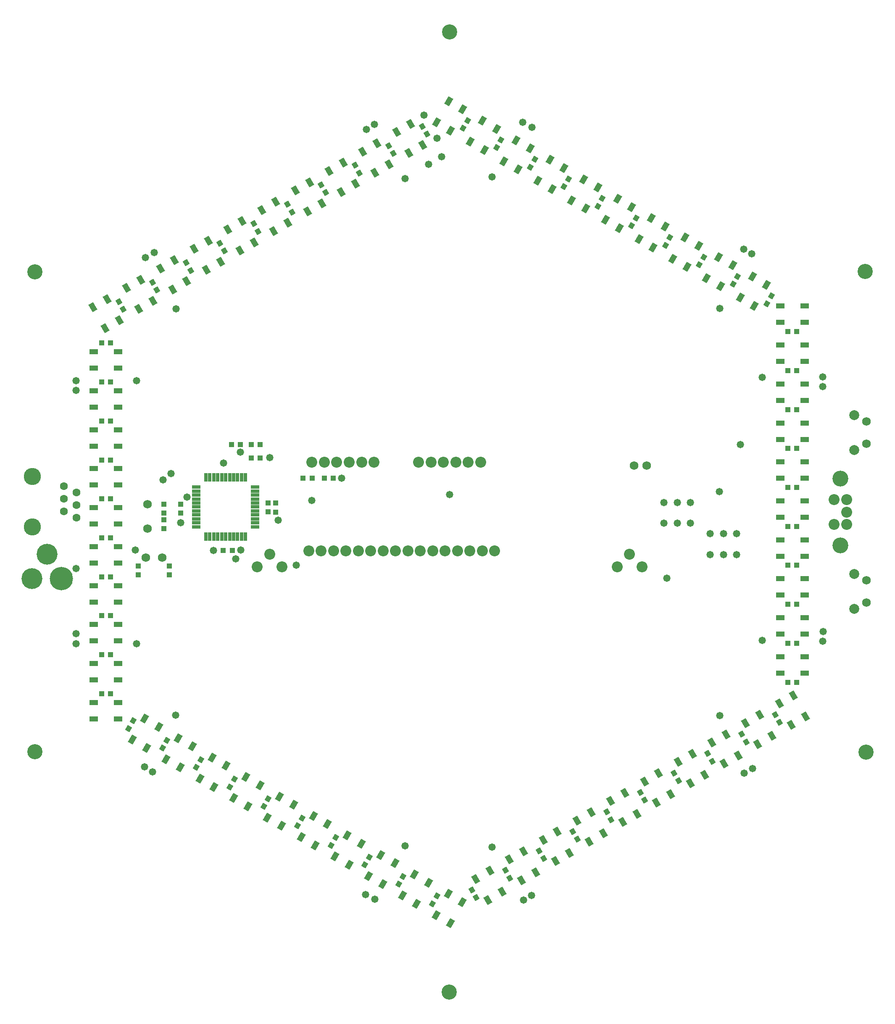
<source format=gts>
%FSLAX25Y25*%
%MOIN*%
G70*
G01*
G75*
G04 Layer_Color=8388736*
%ADD10R,0.01969X0.05906*%
%ADD11R,0.05906X0.01969*%
G04:AMPARAMS|DCode=12|XSize=59.06mil|YSize=35.43mil|CornerRadius=0mil|HoleSize=0mil|Usage=FLASHONLY|Rotation=120.000|XOffset=0mil|YOffset=0mil|HoleType=Round|Shape=Rectangle|*
%AMROTATEDRECTD12*
4,1,4,0.03011,-0.01671,-0.00058,-0.03443,-0.03011,0.01671,0.00058,0.03443,0.03011,-0.01671,0.0*
%
%ADD12ROTATEDRECTD12*%

%ADD13R,0.05906X0.03543*%
G04:AMPARAMS|DCode=14|XSize=59.06mil|YSize=35.43mil|CornerRadius=0mil|HoleSize=0mil|Usage=FLASHONLY|Rotation=240.000|XOffset=0mil|YOffset=0mil|HoleType=Round|Shape=Rectangle|*
%AMROTATEDRECTD14*
4,1,4,-0.00058,0.03443,0.03011,0.01671,0.00058,-0.03443,-0.03011,-0.01671,-0.00058,0.03443,0.0*
%
%ADD14ROTATEDRECTD14*%

%ADD15R,0.03543X0.03150*%
G04:AMPARAMS|DCode=16|XSize=35.43mil|YSize=31.5mil|CornerRadius=0mil|HoleSize=0mil|Usage=FLASHONLY|Rotation=300.000|XOffset=0mil|YOffset=0mil|HoleType=Round|Shape=Rectangle|*
%AMROTATEDRECTD16*
4,1,4,-0.02250,0.00747,0.00478,0.02322,0.02250,-0.00747,-0.00478,-0.02322,-0.02250,0.00747,0.0*
%
%ADD16ROTATEDRECTD16*%

G04:AMPARAMS|DCode=17|XSize=35.43mil|YSize=31.5mil|CornerRadius=0mil|HoleSize=0mil|Usage=FLASHONLY|Rotation=60.000|XOffset=0mil|YOffset=0mil|HoleType=Round|Shape=Rectangle|*
%AMROTATEDRECTD17*
4,1,4,0.00478,-0.02322,-0.02250,-0.00747,-0.00478,0.02322,0.02250,0.00747,0.00478,-0.02322,0.0*
%
%ADD17ROTATEDRECTD17*%

%ADD18R,0.03150X0.03543*%
%ADD19C,0.01181*%
%ADD20C,0.01000*%
%ADD21C,0.03937*%
%ADD22C,0.02756*%
%ADD23C,0.01969*%
%ADD24C,0.11811*%
%ADD25C,0.07874*%
%ADD26C,0.06000*%
%ADD27C,0.07087*%
%ADD28C,0.05512*%
%ADD29C,0.12795*%
%ADD30C,0.15748*%
%ADD31C,0.17716*%
%ADD32C,0.11221*%
%ADD33C,0.05000*%
%ADD34R,0.09843X0.06299*%
%ADD35R,0.24803X0.22441*%
%ADD36C,0.01575*%
%ADD37C,0.00787*%
%ADD38R,0.02769X0.06706*%
%ADD39R,0.06706X0.02769*%
G04:AMPARAMS|DCode=40|XSize=67.06mil|YSize=43.43mil|CornerRadius=0mil|HoleSize=0mil|Usage=FLASHONLY|Rotation=120.000|XOffset=0mil|YOffset=0mil|HoleType=Round|Shape=Rectangle|*
%AMROTATEDRECTD40*
4,1,4,0.03557,-0.01818,-0.00204,-0.03989,-0.03557,0.01818,0.00204,0.03989,0.03557,-0.01818,0.0*
%
%ADD40ROTATEDRECTD40*%

%ADD41R,0.06706X0.04343*%
G04:AMPARAMS|DCode=42|XSize=67.06mil|YSize=43.43mil|CornerRadius=0mil|HoleSize=0mil|Usage=FLASHONLY|Rotation=240.000|XOffset=0mil|YOffset=0mil|HoleType=Round|Shape=Rectangle|*
%AMROTATEDRECTD42*
4,1,4,-0.00204,0.03989,0.03557,0.01818,0.00204,-0.03989,-0.03557,-0.01818,-0.00204,0.03989,0.0*
%
%ADD42ROTATEDRECTD42*%

%ADD43R,0.04343X0.03950*%
G04:AMPARAMS|DCode=44|XSize=43.43mil|YSize=39.5mil|CornerRadius=0mil|HoleSize=0mil|Usage=FLASHONLY|Rotation=300.000|XOffset=0mil|YOffset=0mil|HoleType=Round|Shape=Rectangle|*
%AMROTATEDRECTD44*
4,1,4,-0.02796,0.00893,0.00624,0.02868,0.02796,-0.00893,-0.00624,-0.02868,-0.02796,0.00893,0.0*
%
%ADD44ROTATEDRECTD44*%

G04:AMPARAMS|DCode=45|XSize=43.43mil|YSize=39.5mil|CornerRadius=0mil|HoleSize=0mil|Usage=FLASHONLY|Rotation=60.000|XOffset=0mil|YOffset=0mil|HoleType=Round|Shape=Rectangle|*
%AMROTATEDRECTD45*
4,1,4,0.00624,-0.02868,-0.02796,-0.00893,-0.00624,0.02868,0.02796,0.00893,0.00624,-0.02868,0.0*
%
%ADD45ROTATEDRECTD45*%

%ADD46R,0.03950X0.04343*%
%ADD47C,0.12611*%
%ADD48C,0.08674*%
%ADD49C,0.06800*%
%ADD50C,0.07887*%
%ADD51C,0.06312*%
%ADD52C,0.13595*%
%ADD53C,0.16548*%
%ADD54C,0.18517*%
%ADD55C,0.12020*%
%ADD56C,0.05800*%
D38*
X-190256Y27461D02*
D03*
X-187106D02*
D03*
X-183957D02*
D03*
X-180807D02*
D03*
X-177657D02*
D03*
X-174508D02*
D03*
X-171358D02*
D03*
X-168209D02*
D03*
X-165059D02*
D03*
X-193406D02*
D03*
X-161909D02*
D03*
Y-19390D02*
D03*
X-193406D02*
D03*
X-165059D02*
D03*
X-168209D02*
D03*
X-171358D02*
D03*
X-174508D02*
D03*
X-177657D02*
D03*
X-180807D02*
D03*
X-183957D02*
D03*
X-187106D02*
D03*
X-190256D02*
D03*
D39*
X-154232Y19783D02*
D03*
Y16634D02*
D03*
Y13484D02*
D03*
Y10335D02*
D03*
Y7185D02*
D03*
Y4035D02*
D03*
Y886D02*
D03*
Y-2264D02*
D03*
Y-5413D02*
D03*
Y-8563D02*
D03*
Y-11713D02*
D03*
X-201083D02*
D03*
Y-8563D02*
D03*
Y-5413D02*
D03*
Y-2264D02*
D03*
Y886D02*
D03*
Y4035D02*
D03*
Y7185D02*
D03*
Y10335D02*
D03*
Y13484D02*
D03*
Y16634D02*
D03*
Y19783D02*
D03*
D40*
X-42103Y301464D02*
D03*
X-30852Y307960D02*
D03*
X-21206Y291253D02*
D03*
X-32458Y284757D02*
D03*
X-68868Y286011D02*
D03*
X-57617Y292507D02*
D03*
X-47971Y275800D02*
D03*
X-59223Y269304D02*
D03*
X-95633Y270558D02*
D03*
X-84382Y277054D02*
D03*
X-74736Y260347D02*
D03*
X-85988Y253851D02*
D03*
X-122398Y255105D02*
D03*
X-111147Y261601D02*
D03*
X-101501Y244895D02*
D03*
X-112752Y238399D02*
D03*
X-149163Y239653D02*
D03*
X-137912Y246149D02*
D03*
X-128266Y229442D02*
D03*
X-139517Y222946D02*
D03*
X-175928Y224200D02*
D03*
X-164677Y230696D02*
D03*
X-155031Y213989D02*
D03*
X-166282Y207493D02*
D03*
X-202693Y208747D02*
D03*
X-191442Y215243D02*
D03*
X-181796Y198536D02*
D03*
X-193047Y192040D02*
D03*
X-229458Y193294D02*
D03*
X-218207Y199790D02*
D03*
X-208561Y183084D02*
D03*
X-219812Y176587D02*
D03*
X-256223Y177842D02*
D03*
X-244971Y184338D02*
D03*
X-235326Y167631D02*
D03*
X-246577Y161135D02*
D03*
X-282988Y162389D02*
D03*
X-271737Y168885D02*
D03*
X-262091Y152178D02*
D03*
X-273342Y145682D02*
D03*
X41574Y-301231D02*
D03*
X30323Y-307727D02*
D03*
X20677Y-291020D02*
D03*
X31929Y-284524D02*
D03*
X68339Y-285778D02*
D03*
X57088Y-292274D02*
D03*
X47442Y-275568D02*
D03*
X58694Y-269072D02*
D03*
X95104Y-270326D02*
D03*
X83853Y-276822D02*
D03*
X74207Y-260115D02*
D03*
X85459Y-253619D02*
D03*
X121869Y-254873D02*
D03*
X110618Y-261369D02*
D03*
X100972Y-244662D02*
D03*
X112224Y-238166D02*
D03*
X148634Y-239420D02*
D03*
X137383Y-245916D02*
D03*
X127737Y-229209D02*
D03*
X138988Y-222713D02*
D03*
X175399Y-223968D02*
D03*
X164148Y-230464D02*
D03*
X154502Y-213757D02*
D03*
X165753Y-207261D02*
D03*
X202164Y-208515D02*
D03*
X190913Y-215011D02*
D03*
X181267Y-198304D02*
D03*
X192518Y-191808D02*
D03*
X228929Y-193062D02*
D03*
X217678Y-199558D02*
D03*
X208032Y-182851D02*
D03*
X219283Y-176355D02*
D03*
X255709Y-177601D02*
D03*
X244457Y-184097D02*
D03*
X234811Y-167390D02*
D03*
X246063Y-160894D02*
D03*
X282397Y-162192D02*
D03*
X271146Y-168688D02*
D03*
X261500Y-151981D02*
D03*
X272752Y-145485D02*
D03*
D41*
X-282382Y114075D02*
D03*
Y127067D02*
D03*
X-263090D02*
D03*
Y114075D02*
D03*
X-282382Y83169D02*
D03*
Y96161D02*
D03*
X-263090D02*
D03*
Y83169D02*
D03*
X-282382Y52264D02*
D03*
Y65256D02*
D03*
X-263090D02*
D03*
Y52264D02*
D03*
X-282382Y21358D02*
D03*
Y34350D02*
D03*
X-263090D02*
D03*
Y21358D02*
D03*
X-282382Y-9547D02*
D03*
Y3445D02*
D03*
X-263090D02*
D03*
Y-9547D02*
D03*
X-282382Y-40453D02*
D03*
Y-27461D02*
D03*
X-263090D02*
D03*
Y-40453D02*
D03*
X-282382Y-71358D02*
D03*
Y-58366D02*
D03*
X-263090D02*
D03*
Y-71358D02*
D03*
X-282382Y-102264D02*
D03*
Y-89272D02*
D03*
X-263090D02*
D03*
Y-102264D02*
D03*
X-282382Y-133169D02*
D03*
Y-120177D02*
D03*
X-263090D02*
D03*
Y-133169D02*
D03*
X-282382Y-164075D02*
D03*
Y-151083D02*
D03*
X-263090D02*
D03*
Y-164075D02*
D03*
X281496Y-114764D02*
D03*
Y-127756D02*
D03*
X262205D02*
D03*
Y-114764D02*
D03*
X281496Y-83858D02*
D03*
Y-96850D02*
D03*
X262205D02*
D03*
Y-83858D02*
D03*
X281496Y-52953D02*
D03*
Y-65945D02*
D03*
X262205D02*
D03*
Y-52953D02*
D03*
X281496Y-22047D02*
D03*
Y-35039D02*
D03*
X262205D02*
D03*
Y-22047D02*
D03*
X281496Y8858D02*
D03*
Y-4134D02*
D03*
X262205D02*
D03*
Y8858D02*
D03*
X281496Y39764D02*
D03*
Y26772D02*
D03*
X262205D02*
D03*
Y39764D02*
D03*
X281496Y70669D02*
D03*
Y57677D02*
D03*
X262205D02*
D03*
Y70669D02*
D03*
X281496Y101575D02*
D03*
Y88583D02*
D03*
X262205D02*
D03*
Y101575D02*
D03*
X281496Y132480D02*
D03*
Y119488D02*
D03*
X262205D02*
D03*
Y132480D02*
D03*
X281496Y163386D02*
D03*
Y150394D02*
D03*
X262205D02*
D03*
Y163386D02*
D03*
D42*
X-240377Y-187094D02*
D03*
X-251628Y-180597D02*
D03*
X-241983Y-163891D02*
D03*
X-230731Y-170387D02*
D03*
X-213612Y-202546D02*
D03*
X-224864Y-196050D02*
D03*
X-215218Y-179343D02*
D03*
X-203966Y-185839D02*
D03*
X-186847Y-217999D02*
D03*
X-198099Y-211503D02*
D03*
X-188453Y-194796D02*
D03*
X-177201Y-201292D02*
D03*
X-160082Y-233452D02*
D03*
X-171334Y-226956D02*
D03*
X-161688Y-210249D02*
D03*
X-150436Y-216745D02*
D03*
X-133317Y-248905D02*
D03*
X-144569Y-242408D02*
D03*
X-134923Y-225702D02*
D03*
X-123671Y-232198D02*
D03*
X-106552Y-264357D02*
D03*
X-117804Y-257861D02*
D03*
X-108158Y-241155D02*
D03*
X-96907Y-247651D02*
D03*
X-79787Y-279810D02*
D03*
X-91039Y-273314D02*
D03*
X-81393Y-256607D02*
D03*
X-70142Y-263103D02*
D03*
X-53022Y-295263D02*
D03*
X-64274Y-288767D02*
D03*
X-54628Y-272060D02*
D03*
X-43377Y-278556D02*
D03*
X-26257Y-310716D02*
D03*
X-37509Y-304220D02*
D03*
X-27863Y-287513D02*
D03*
X-16612Y-294009D02*
D03*
X508Y-326168D02*
D03*
X-10744Y-319672D02*
D03*
X-1098Y-302965D02*
D03*
X10153Y-309462D02*
D03*
X240177Y186744D02*
D03*
X251428Y180247D02*
D03*
X241782Y163541D02*
D03*
X230531Y170037D02*
D03*
X213326Y202245D02*
D03*
X224578Y195749D02*
D03*
X214932Y179043D02*
D03*
X203681Y185539D02*
D03*
X186561Y217698D02*
D03*
X197813Y211202D02*
D03*
X188167Y194495D02*
D03*
X176916Y200992D02*
D03*
X159882Y233102D02*
D03*
X171133Y226606D02*
D03*
X161487Y209899D02*
D03*
X150236Y216395D02*
D03*
X133202Y248505D02*
D03*
X144453Y242009D02*
D03*
X134808Y225303D02*
D03*
X123556Y231799D02*
D03*
X106352Y264007D02*
D03*
X117603Y257511D02*
D03*
X107957Y240805D02*
D03*
X96706Y247301D02*
D03*
X79553Y279480D02*
D03*
X90804Y272984D02*
D03*
X81159Y256277D02*
D03*
X69907Y262773D02*
D03*
X52702Y294982D02*
D03*
X63954Y288486D02*
D03*
X54308Y271779D02*
D03*
X43057Y278275D02*
D03*
X25957Y310423D02*
D03*
X37209Y303927D02*
D03*
X27563Y287220D02*
D03*
X16312Y293716D02*
D03*
X-803Y325873D02*
D03*
X10449Y319377D02*
D03*
X803Y302670D02*
D03*
X-10449Y309166D02*
D03*
D43*
X-116240Y26870D02*
D03*
X-109153D02*
D03*
X-92323Y26870D02*
D03*
X-99410D02*
D03*
X-173031Y53642D02*
D03*
X-165945D02*
D03*
X-157480D02*
D03*
X-150394D02*
D03*
X-269035Y134055D02*
D03*
X-276122D02*
D03*
X-269035Y103150D02*
D03*
X-276122D02*
D03*
X-269035Y72244D02*
D03*
X-276122D02*
D03*
X-269035Y41339D02*
D03*
X-276122D02*
D03*
X-269035Y10433D02*
D03*
X-276122D02*
D03*
X-269035Y-20472D02*
D03*
X-276122D02*
D03*
X-269035Y-51378D02*
D03*
X-276122D02*
D03*
X-269035Y-82284D02*
D03*
X-276122D02*
D03*
X-269035Y-113189D02*
D03*
X-276122D02*
D03*
X-269035Y-144095D02*
D03*
X-276122D02*
D03*
X268307Y-135020D02*
D03*
X275394D02*
D03*
X268307Y-104114D02*
D03*
X275394D02*
D03*
X268307Y-73209D02*
D03*
X275394D02*
D03*
X268307Y-42303D02*
D03*
X275394D02*
D03*
X268307Y-11398D02*
D03*
X275394D02*
D03*
X268307Y19508D02*
D03*
X275394D02*
D03*
X268307Y50413D02*
D03*
X275394D02*
D03*
X268307Y81319D02*
D03*
X275394D02*
D03*
X268307Y112224D02*
D03*
X275394D02*
D03*
X268307Y143130D02*
D03*
X275394D02*
D03*
X-157480Y42913D02*
D03*
X-150394D02*
D03*
X-172457Y-30400D02*
D03*
X-179543D02*
D03*
D44*
X-18077Y299810D02*
D03*
X-21621Y305947D02*
D03*
X-44842Y284357D02*
D03*
X-48386Y290495D02*
D03*
X-71607Y268905D02*
D03*
X-75151Y275042D02*
D03*
X-98372Y253452D02*
D03*
X-101916Y259589D02*
D03*
X-125137Y237999D02*
D03*
X-128681Y244136D02*
D03*
X-151902Y222546D02*
D03*
X-155446Y228684D02*
D03*
X-178667Y207094D02*
D03*
X-182211Y213231D02*
D03*
X-205432Y191641D02*
D03*
X-208975Y197778D02*
D03*
X-232197Y176188D02*
D03*
X-235740Y182325D02*
D03*
X-258962Y160735D02*
D03*
X-262505Y166873D02*
D03*
X17557Y-299755D02*
D03*
X21100Y-305892D02*
D03*
X44219Y-284252D02*
D03*
X47762Y-290390D02*
D03*
X70984Y-268800D02*
D03*
X74527Y-274937D02*
D03*
X97749Y-253347D02*
D03*
X101292Y-259484D02*
D03*
X124514Y-237894D02*
D03*
X128057Y-244031D02*
D03*
X151279Y-222441D02*
D03*
X154822Y-228578D02*
D03*
X178044Y-206989D02*
D03*
X181587Y-213126D02*
D03*
X204808Y-191536D02*
D03*
X208352Y-197673D02*
D03*
X231777Y-176189D02*
D03*
X235320Y-182326D02*
D03*
X258257Y-160678D02*
D03*
X261800Y-166815D02*
D03*
D45*
X-250990Y-165555D02*
D03*
X-254534Y-171692D02*
D03*
X-224225Y-181008D02*
D03*
X-227768Y-187145D02*
D03*
X-197460Y-196460D02*
D03*
X-201004Y-202598D02*
D03*
X-170695Y-211913D02*
D03*
X-174239Y-218050D02*
D03*
X-143930Y-227366D02*
D03*
X-147474Y-233503D02*
D03*
X-117165Y-242819D02*
D03*
X-120709Y-248956D02*
D03*
X-90400Y-258271D02*
D03*
X-93944Y-264409D02*
D03*
X-63635Y-273724D02*
D03*
X-67179Y-279861D02*
D03*
X-36871Y-289177D02*
D03*
X-40414Y-295314D02*
D03*
X-10106Y-304630D02*
D03*
X-13649Y-310767D02*
D03*
X251632Y165246D02*
D03*
X255175Y171383D02*
D03*
X224867Y180699D02*
D03*
X228410Y186836D02*
D03*
X198017Y196201D02*
D03*
X201560Y202338D02*
D03*
X171252Y211653D02*
D03*
X174795Y217791D02*
D03*
X144401Y227155D02*
D03*
X147945Y233293D02*
D03*
X117551Y242657D02*
D03*
X121095Y248795D02*
D03*
X90786Y258110D02*
D03*
X94330Y264247D02*
D03*
X64004Y273573D02*
D03*
X67548Y279710D02*
D03*
X37239Y289026D02*
D03*
X40783Y295163D02*
D03*
X10676Y304362D02*
D03*
X14219Y310499D02*
D03*
D46*
X-137900Y7043D02*
D03*
Y-43D02*
D03*
X-144000Y7143D02*
D03*
Y57D02*
D03*
X-222342Y-49803D02*
D03*
Y-42717D02*
D03*
X-213400Y6243D02*
D03*
Y-843D02*
D03*
X-246949Y-49803D02*
D03*
Y-42717D02*
D03*
X-226800Y-13243D02*
D03*
Y-6157D02*
D03*
X-226800Y6243D02*
D03*
Y-843D02*
D03*
D47*
X310039Y26575D02*
D03*
Y-26575D02*
D03*
D48*
X305118Y-9843D02*
D03*
Y9843D02*
D03*
X314961D02*
D03*
Y-9843D02*
D03*
Y0D02*
D03*
X-142800Y-33579D02*
D03*
X-132957Y-43421D02*
D03*
X-152643D02*
D03*
X142800Y-33579D02*
D03*
X152643Y-43421D02*
D03*
X132957D02*
D03*
X35819Y-30700D02*
D03*
X25976D02*
D03*
X16134D02*
D03*
X6291D02*
D03*
X-3551D02*
D03*
X-13394D02*
D03*
X-23236D02*
D03*
X-33079D02*
D03*
X-42921D02*
D03*
X-52764D02*
D03*
X-62606D02*
D03*
X-72449D02*
D03*
X-82291D02*
D03*
X-92134D02*
D03*
X-101976D02*
D03*
X-111819D02*
D03*
X-59994Y39400D02*
D03*
X-69836D02*
D03*
X-79679D02*
D03*
X-89521D02*
D03*
X-99364D02*
D03*
X-109206D02*
D03*
X24528D02*
D03*
X14685D02*
D03*
X4843D02*
D03*
X-5000D02*
D03*
X-14842D02*
D03*
X-24685D02*
D03*
D49*
X-239800Y-13046D02*
D03*
Y6246D02*
D03*
X330689Y54134D02*
D03*
Y71850D02*
D03*
Y-71850D02*
D03*
Y-54134D02*
D03*
X-228104Y-36200D02*
D03*
X-241096D02*
D03*
X156181Y37008D02*
D03*
X146181D02*
D03*
D50*
X320905Y49213D02*
D03*
Y76772D02*
D03*
Y-76772D02*
D03*
Y-49213D02*
D03*
D51*
X-296063Y5591D02*
D03*
Y-4409D02*
D03*
X-306063Y20591D02*
D03*
Y10591D02*
D03*
X-296063Y15591D02*
D03*
X-306063Y591D02*
D03*
D52*
X-331102Y-11929D02*
D03*
Y28071D02*
D03*
D53*
X-331496Y-52658D02*
D03*
X-319488Y-33366D02*
D03*
D54*
X-307874Y-52658D02*
D03*
D55*
X-100Y380800D02*
D03*
X329700Y190800D02*
D03*
X-328900Y190400D02*
D03*
Y-190300D02*
D03*
X-300Y-380800D02*
D03*
X330400Y-190600D02*
D03*
D56*
X-179232Y38681D02*
D03*
X-217224Y-161319D02*
D03*
X-242126Y-202264D02*
D03*
X-59547Y307480D02*
D03*
X-35393Y264665D02*
D03*
X-241240Y201772D02*
D03*
X-216929Y161024D02*
D03*
X-296358Y104232D02*
D03*
X-248327D02*
D03*
X248031Y106693D02*
D03*
X295866Y107087D02*
D03*
X239764Y204724D02*
D03*
X214469Y161614D02*
D03*
X58071Y309055D02*
D03*
X33762Y265945D02*
D03*
X240354Y-203346D02*
D03*
X214469Y-161614D02*
D03*
X58661Y-307972D02*
D03*
X33762Y-265945D02*
D03*
X-248327Y-104429D02*
D03*
X-296358D02*
D03*
X296063Y-102362D02*
D03*
X248031Y-101969D02*
D03*
X-59252Y-307283D02*
D03*
X-35393Y-264665D02*
D03*
X-135925Y-6594D02*
D03*
X213878Y16339D02*
D03*
X172244Y-52559D02*
D03*
X-121752Y-42126D02*
D03*
X-221063Y30512D02*
D03*
X-169783Y-37303D02*
D03*
X-10024Y296568D02*
D03*
X-20457Y314973D02*
D03*
X-6489Y281811D02*
D03*
X-142520Y43110D02*
D03*
X-213386Y-8465D02*
D03*
X-187500Y-30413D02*
D03*
X230709Y53347D02*
D03*
X-296358Y-44783D02*
D03*
X-208296Y12008D02*
D03*
X-165847Y47539D02*
D03*
X-227264Y25591D02*
D03*
X-85728Y26870D02*
D03*
X-109252Y9055D02*
D03*
X-165551Y-30315D02*
D03*
X0Y13780D02*
D03*
X-249311Y-30217D02*
D03*
X191142Y-8957D02*
D03*
X180709D02*
D03*
X169980D02*
D03*
X169882Y7677D02*
D03*
X180610D02*
D03*
X191043D02*
D03*
X227658Y-17028D02*
D03*
X217224D02*
D03*
X206496D02*
D03*
X206594Y-33661D02*
D03*
X217323D02*
D03*
X227756D02*
D03*
X-16689Y276011D02*
D03*
X-296457Y-96653D02*
D03*
X-296358Y96457D02*
D03*
X-234350Y205906D02*
D03*
X-66142Y303642D02*
D03*
X65158Y305315D02*
D03*
X233268Y208465D02*
D03*
X295965Y99508D02*
D03*
X296161Y-94980D02*
D03*
X-66535Y-303346D02*
D03*
X-235728Y-206004D02*
D03*
X233760Y-207283D02*
D03*
X65113Y-304042D02*
D03*
M02*

</source>
